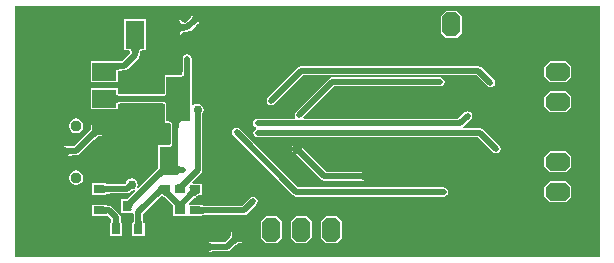
<source format=gbl>
G04*
G04 #@! TF.GenerationSoftware,Altium Limited,Altium Designer,19.0.15 (446)*
G04*
G04 Layer_Physical_Order=2*
G04 Layer_Color=16711680*
%FSLAX23Y23*%
%MOIN*%
G70*
G01*
G75*
%ADD21R,0.035X0.028*%
%ADD44C,0.020*%
%ADD45C,0.010*%
G04:AMPARAMS|DCode=48|XSize=80mil|YSize=60mil|CornerRadius=0mil|HoleSize=0mil|Usage=FLASHONLY|Rotation=270.000|XOffset=0mil|YOffset=0mil|HoleType=Round|Shape=Octagon|*
%AMOCTAGOND48*
4,1,8,-0.015,-0.040,0.015,-0.040,0.030,-0.025,0.030,0.025,0.015,0.040,-0.015,0.040,-0.030,0.025,-0.030,-0.025,-0.015,-0.040,0.0*
%
%ADD48OCTAGOND48*%

G04:AMPARAMS|DCode=49|XSize=80mil|YSize=60mil|CornerRadius=0mil|HoleSize=0mil|Usage=FLASHONLY|Rotation=180.000|XOffset=0mil|YOffset=0mil|HoleType=Round|Shape=Octagon|*
%AMOCTAGOND49*
4,1,8,-0.040,0.015,-0.040,-0.015,-0.025,-0.030,0.025,-0.030,0.040,-0.015,0.040,0.015,0.025,0.030,-0.025,0.030,-0.040,0.015,0.0*
%
%ADD49OCTAGOND49*%

%ADD50C,0.037*%
%ADD51C,0.035*%
%ADD52C,0.020*%
%ADD53C,0.030*%
%ADD54R,0.031X0.035*%
%ADD55R,0.063X0.094*%
%ADD56R,0.079X0.059*%
%ADD57R,0.079X0.150*%
G36*
X4505Y3210D02*
X2555D01*
Y4045D01*
X4505D01*
Y3210D01*
D02*
G37*
%LPC*%
G36*
X3165Y4024D02*
X3159Y4023D01*
X3154Y4019D01*
X3148Y4013D01*
X3148Y4014D01*
X3148Y4014D01*
X3148Y4014D01*
X3146Y4013D01*
X3144Y4012D01*
X3144Y4012D01*
X3144Y4012D01*
X3143Y4010D01*
X3142Y4009D01*
X3142Y4009D01*
X3142Y4009D01*
X3142Y4009D01*
X3142Y4009D01*
X3142Y4008D01*
X3142Y4008D01*
X3141Y4007D01*
X3141Y4006D01*
X3138Y4003D01*
X3136Y4002D01*
X3136Y4001D01*
X3125Y3990D01*
X3123Y3990D01*
X3120Y3991D01*
X3117Y3991D01*
X3115Y3992D01*
X3114Y3992D01*
X3113Y3993D01*
X3112Y3993D01*
X3112Y3994D01*
X3112Y3994D01*
X3112Y3995D01*
X3111Y3997D01*
X3110Y3999D01*
X3110Y3999D01*
X3110Y3999D01*
X3108Y4000D01*
X3106Y4000D01*
X3106Y4000D01*
X3106Y4000D01*
X3104Y3999D01*
X3102Y3999D01*
X3102Y3998D01*
X3102Y3998D01*
X3102Y3996D01*
X3101Y3995D01*
Y3990D01*
X3096D01*
X3091Y3989D01*
X3086Y3986D01*
X3064Y3964D01*
X3061Y3959D01*
X3060Y3953D01*
Y3950D01*
X3061Y3944D01*
X3064Y3939D01*
X3069Y3936D01*
X3075Y3935D01*
X3081Y3936D01*
X3086Y3939D01*
X3089Y3944D01*
X3090Y3946D01*
X3096Y3953D01*
X3098Y3953D01*
X3102Y3952D01*
X3102Y3951D01*
X3102Y3951D01*
X3102Y3951D01*
X3104Y3950D01*
X3106Y3949D01*
X3106Y3950D01*
X3106Y3949D01*
X3108Y3950D01*
X3110Y3951D01*
X3110Y3951D01*
X3110Y3951D01*
X3111Y3953D01*
X3112Y3954D01*
X3112Y3955D01*
X3112Y3956D01*
X3112Y3956D01*
X3113Y3957D01*
X3114Y3957D01*
X3115Y3958D01*
X3117Y3959D01*
X3120Y3959D01*
X3123Y3959D01*
X3127Y3959D01*
X3127Y3960D01*
X3131D01*
X3137Y3961D01*
X3142Y3964D01*
X3158Y3980D01*
X3158Y3980D01*
X3161Y3982D01*
X3163Y3984D01*
X3164Y3985D01*
X3164Y3985D01*
X3165Y3985D01*
X3165Y3985D01*
X3165Y3986D01*
X3165Y3986D01*
X3166Y3986D01*
X3166Y3986D01*
X3167Y3986D01*
X3169Y3987D01*
X3169Y3987D01*
X3169Y3987D01*
X3170Y3989D01*
X3170Y3991D01*
X3170Y3991D01*
X3170Y3991D01*
X3170Y3992D01*
X3176Y3998D01*
X3179Y4003D01*
X3180Y4008D01*
X3179Y4014D01*
X3176Y4019D01*
X3171Y4023D01*
X3165Y4024D01*
D02*
G37*
G36*
X4028Y4030D02*
X3993D01*
X3975Y4012D01*
Y3957D01*
X3993Y3940D01*
X4028D01*
X4045Y3957D01*
Y4012D01*
X4028Y4030D01*
D02*
G37*
G36*
X2993Y4002D02*
X2920D01*
Y3898D01*
X2936D01*
X2936Y3897D01*
X2938Y3897D01*
X2938Y3897D01*
X2938Y3897D01*
X2939Y3896D01*
X2940Y3895D01*
X2940Y3894D01*
X2941Y3892D01*
X2941Y3889D01*
X2941Y3888D01*
X2915Y3861D01*
X2913D01*
X2913Y3861D01*
X2913Y3861D01*
X2913Y3861D01*
X2893Y3861D01*
X2893Y3861D01*
X2893Y3861D01*
X2893Y3861D01*
X2893Y3861D01*
X2883D01*
X2881Y3861D01*
X2809D01*
Y3792D01*
X2898D01*
Y3825D01*
X2898Y3825D01*
X2898Y3827D01*
X2898Y3827D01*
X2899Y3827D01*
X2899Y3828D01*
X2900Y3829D01*
X2902Y3829D01*
X2904Y3830D01*
X2906Y3830D01*
X2909Y3830D01*
X2913Y3830D01*
X2913Y3831D01*
X2921D01*
X2927Y3832D01*
X2932Y3835D01*
X2968Y3871D01*
X2971Y3876D01*
X2972Y3882D01*
Y3882D01*
X2972Y3883D01*
X2972Y3886D01*
X2973Y3889D01*
X2973Y3892D01*
X2974Y3894D01*
X2974Y3895D01*
X2975Y3896D01*
X2975Y3897D01*
X2976Y3897D01*
X2976Y3897D01*
X2977Y3897D01*
X2978Y3898D01*
X2993D01*
Y4002D01*
D02*
G37*
G36*
X4392Y3861D02*
X4338D01*
X4320Y3843D01*
Y3808D01*
X4338Y3791D01*
X4392D01*
X4410Y3808D01*
Y3843D01*
X4392Y3861D01*
D02*
G37*
G36*
X4101Y3845D02*
X3510D01*
X3504Y3844D01*
X3499Y3841D01*
X3399Y3741D01*
X3396Y3736D01*
X3395Y3730D01*
X3396Y3724D01*
X3399Y3719D01*
X3404Y3716D01*
X3410Y3715D01*
X3416Y3716D01*
X3421Y3719D01*
X3516Y3815D01*
X4095D01*
X4130Y3779D01*
X4135Y3776D01*
X4141Y3775D01*
X4147Y3776D01*
X4152Y3779D01*
X4155Y3784D01*
X4156Y3790D01*
X4155Y3796D01*
X4152Y3801D01*
X4112Y3841D01*
X4107Y3844D01*
X4101Y3845D01*
D02*
G37*
G36*
X3130Y3885D02*
X3124Y3884D01*
X3119Y3881D01*
X3116Y3876D01*
X3115Y3870D01*
Y3831D01*
X3115Y3830D01*
X3114Y3827D01*
X3114Y3824D01*
X3114Y3821D01*
X3113Y3819D01*
X3113Y3818D01*
X3112Y3817D01*
X3112Y3816D01*
X3111Y3816D01*
X3111Y3816D01*
X3109Y3815D01*
X3109Y3815D01*
X3057D01*
Y3757D01*
X3057Y3757D01*
X3057Y3756D01*
X3056Y3755D01*
X3056Y3755D01*
X3056Y3754D01*
X3055Y3754D01*
X3053Y3753D01*
X3051Y3753D01*
X3048Y3752D01*
X3045Y3752D01*
X3042Y3752D01*
X3042Y3752D01*
X2913D01*
X2913Y3752D01*
X2909Y3752D01*
X2906Y3752D01*
X2904Y3753D01*
X2902Y3753D01*
X2900Y3754D01*
X2899Y3754D01*
X2899Y3755D01*
X2898Y3755D01*
X2898Y3756D01*
X2898Y3757D01*
X2898Y3757D01*
Y3771D01*
X2809D01*
Y3702D01*
X2898D01*
Y3715D01*
X2898Y3716D01*
X2898Y3717D01*
X2898Y3718D01*
X2899Y3718D01*
X2899Y3718D01*
X2900Y3719D01*
X2902Y3720D01*
X2904Y3720D01*
X2906Y3721D01*
X2909Y3721D01*
X2913Y3721D01*
X2913Y3721D01*
X3042D01*
X3042Y3721D01*
X3045Y3721D01*
X3048Y3721D01*
X3051Y3720D01*
X3053Y3720D01*
X3055Y3719D01*
X3056Y3718D01*
X3056Y3718D01*
X3056Y3717D01*
X3057Y3717D01*
X3057Y3716D01*
X3057Y3716D01*
Y3655D01*
X3071D01*
X3071Y3655D01*
X3072Y3655D01*
X3073Y3655D01*
X3073Y3655D01*
X3074Y3654D01*
X3074Y3653D01*
X3075Y3652D01*
X3075Y3650D01*
X3076Y3647D01*
X3076Y3644D01*
X3076Y3640D01*
X3076Y3640D01*
Y3598D01*
X3076Y3597D01*
X3076Y3594D01*
X3076Y3591D01*
X3075Y3588D01*
X3075Y3586D01*
X3074Y3585D01*
X3074Y3584D01*
X3073Y3583D01*
X3073Y3583D01*
X3072Y3583D01*
X3071Y3583D01*
X3070Y3582D01*
X3034D01*
Y3517D01*
X3033Y3517D01*
X3034Y3517D01*
Y3508D01*
X3033Y3507D01*
X3032Y3505D01*
X3030Y3502D01*
X3024Y3496D01*
X3021Y3492D01*
X3020Y3491D01*
X2966Y3437D01*
X2962Y3440D01*
X2964Y3443D01*
X2965Y3450D01*
X2964Y3458D01*
X2959Y3465D01*
X2953Y3469D01*
X2945Y3471D01*
X2937Y3469D01*
X2931Y3465D01*
X2926Y3458D01*
X2925Y3454D01*
X2923Y3451D01*
X2873D01*
X2873Y3451D01*
X2866Y3451D01*
X2860Y3452D01*
X2859Y3452D01*
X2858Y3452D01*
Y3455D01*
X2853D01*
X2853Y3455D01*
X2852Y3455D01*
X2852D01*
X2851Y3455D01*
X2851Y3455D01*
X2812D01*
Y3417D01*
X2851D01*
X2851Y3417D01*
X2852Y3417D01*
X2852D01*
X2853Y3417D01*
X2853Y3417D01*
X2858D01*
Y3419D01*
X2858Y3420D01*
X2869Y3420D01*
X2873Y3420D01*
X2873Y3421D01*
X2929D01*
X2935Y3422D01*
X2940Y3425D01*
X2945Y3430D01*
X2945Y3430D01*
X2953Y3432D01*
X2955Y3433D01*
X2958Y3429D01*
X2944Y3415D01*
X2944Y3415D01*
X2944Y3415D01*
X2944Y3415D01*
X2944Y3415D01*
X2936Y3408D01*
X2933Y3405D01*
X2930Y3403D01*
X2928Y3402D01*
X2920D01*
X2920Y3402D01*
X2919Y3402D01*
X2919Y3402D01*
X2919Y3402D01*
X2909D01*
Y3357D01*
X2948D01*
X2951Y3357D01*
X2952Y3352D01*
Y3339D01*
X2952Y3338D01*
X2952Y3331D01*
X2952Y3329D01*
X2951Y3326D01*
X2951Y3325D01*
X2950Y3324D01*
X2950Y3323D01*
X2947D01*
Y3319D01*
X2946Y3318D01*
X2947Y3318D01*
X2946Y3317D01*
X2947Y3317D01*
Y3278D01*
X2988D01*
Y3317D01*
X2988Y3317D01*
X2988Y3318D01*
X2988Y3318D01*
X2988Y3319D01*
Y3323D01*
X2985D01*
X2984Y3324D01*
X2984Y3325D01*
X2984Y3326D01*
X2983Y3329D01*
X2983Y3335D01*
X2983Y3338D01*
X2983Y3339D01*
Y3352D01*
X3034Y3404D01*
X3035Y3404D01*
X3043Y3411D01*
X3046Y3414D01*
X3049Y3412D01*
X3052Y3410D01*
X3063Y3401D01*
X3067Y3397D01*
X3067Y3397D01*
X3082Y3381D01*
Y3346D01*
X3127D01*
X3128Y3346D01*
X3132D01*
X3133Y3346D01*
X3171D01*
X3171Y3346D01*
X3172Y3346D01*
X3172D01*
X3173Y3345D01*
X3173Y3346D01*
X3178D01*
Y3348D01*
X3178Y3348D01*
X3189Y3349D01*
X3193Y3349D01*
X3193Y3349D01*
X3320D01*
X3325Y3350D01*
X3330Y3354D01*
X3361Y3384D01*
X3364Y3389D01*
X3365Y3395D01*
X3364Y3401D01*
X3361Y3406D01*
X3356Y3409D01*
X3350Y3410D01*
X3344Y3409D01*
X3339Y3406D01*
X3313Y3380D01*
X3193D01*
X3193Y3380D01*
X3186Y3380D01*
X3180Y3381D01*
X3179Y3381D01*
X3178Y3381D01*
Y3383D01*
X3173D01*
X3173Y3384D01*
X3172Y3383D01*
X3172D01*
X3171Y3383D01*
X3171Y3383D01*
X3137D01*
X3135Y3388D01*
X3143Y3397D01*
X3143Y3397D01*
X3148Y3401D01*
X3155Y3407D01*
X3158Y3410D01*
X3161Y3412D01*
X3164Y3414D01*
X3167Y3415D01*
X3169Y3416D01*
X3171Y3416D01*
X3173Y3416D01*
X3174Y3417D01*
X3174Y3417D01*
X3178Y3417D01*
X3178Y3421D01*
X3178Y3422D01*
X3178Y3423D01*
X3178Y3423D01*
X3178Y3423D01*
Y3454D01*
X3148D01*
X3146Y3459D01*
X3176Y3489D01*
X3179Y3494D01*
X3180Y3500D01*
Y3680D01*
X3180Y3680D01*
X3180Y3681D01*
X3181Y3686D01*
X3181Y3687D01*
X3184Y3692D01*
X3185Y3700D01*
X3184Y3708D01*
X3179Y3714D01*
X3173Y3719D01*
X3165Y3720D01*
X3157Y3719D01*
X3151Y3715D01*
X3150Y3715D01*
X3146Y3716D01*
Y3810D01*
X3146Y3810D01*
X3146Y3810D01*
X3146Y3810D01*
X3145Y3830D01*
X3145Y3831D01*
Y3870D01*
X3144Y3876D01*
X3141Y3881D01*
X3136Y3884D01*
X3130Y3885D01*
D02*
G37*
G36*
X4392Y3761D02*
X4338D01*
X4320Y3743D01*
Y3708D01*
X4338Y3691D01*
X4392D01*
X4410Y3708D01*
Y3743D01*
X4392Y3761D01*
D02*
G37*
G36*
X2853Y3662D02*
X2843D01*
X2837Y3660D01*
X2832Y3657D01*
X2821Y3646D01*
X2818Y3649D01*
X2816Y3650D01*
X2815Y3651D01*
X2814Y3650D01*
X2814Y3651D01*
X2813Y3650D01*
X2811Y3650D01*
X2811Y3649D01*
X2810Y3649D01*
X2810Y3648D01*
X2809Y3646D01*
X2809Y3646D01*
X2809Y3645D01*
X2809Y3644D01*
X2810Y3642D01*
X2810Y3641D01*
X2810Y3641D01*
X2810Y3640D01*
X2810Y3639D01*
X2809Y3637D01*
X2808Y3635D01*
X2806Y3632D01*
X2800Y3625D01*
X2796Y3621D01*
X2796Y3620D01*
X2753Y3578D01*
X2743D01*
X2742Y3578D01*
X2739Y3578D01*
X2736Y3578D01*
X2734Y3579D01*
X2733Y3579D01*
X2733Y3579D01*
X2733Y3579D01*
X2733Y3579D01*
X2733Y3579D01*
X2733Y3579D01*
X2732Y3579D01*
X2731Y3579D01*
X2729Y3579D01*
X2729Y3579D01*
X2729Y3579D01*
X2727Y3578D01*
X2727Y3578D01*
X2723D01*
X2717Y3577D01*
X2712Y3574D01*
X2709Y3571D01*
X2706Y3566D01*
X2705Y3560D01*
X2706Y3554D01*
X2709Y3549D01*
X2714Y3546D01*
X2720Y3545D01*
X2726Y3546D01*
X2729Y3546D01*
X2731Y3546D01*
X2733Y3545D01*
X2735Y3545D01*
X2735Y3545D01*
X2735Y3545D01*
X2735Y3545D01*
X2737Y3546D01*
X2738Y3546D01*
X2738Y3546D01*
X2738Y3546D01*
X2738Y3546D01*
X2738Y3546D01*
X2739Y3547D01*
X2739Y3547D01*
X2740Y3547D01*
X2741Y3547D01*
X2742Y3547D01*
X2745Y3547D01*
X2747Y3547D01*
X2747Y3548D01*
X2748D01*
X2748Y3548D01*
X2748Y3548D01*
X2760D01*
X2766Y3549D01*
X2771Y3552D01*
X2817Y3599D01*
X2818Y3599D01*
X2825Y3606D01*
X2829Y3609D01*
X2832Y3611D01*
X2834Y3612D01*
X2836Y3613D01*
X2837Y3613D01*
X2838Y3613D01*
X2838Y3613D01*
X2839Y3613D01*
X2841Y3612D01*
X2842Y3612D01*
X2843Y3612D01*
X2843Y3612D01*
X2844Y3613D01*
X2846Y3613D01*
X2846Y3614D01*
X2847Y3614D01*
X2847Y3616D01*
X2848Y3617D01*
X2847Y3618D01*
X2848Y3618D01*
X2847Y3619D01*
X2846Y3621D01*
X2843Y3624D01*
X2850Y3631D01*
X2853D01*
X2859Y3632D01*
X2864Y3636D01*
X2867Y3640D01*
X2869Y3646D01*
X2867Y3652D01*
X2864Y3657D01*
X2859Y3660D01*
X2853Y3662D01*
D02*
G37*
G36*
X2760Y3671D02*
X2751Y3669D01*
X2743Y3664D01*
X2738Y3656D01*
X2736Y3647D01*
X2738Y3637D01*
X2743Y3630D01*
X2751Y3624D01*
X2760Y3622D01*
X2769Y3624D01*
X2777Y3630D01*
X2782Y3637D01*
X2784Y3647D01*
X2782Y3656D01*
X2777Y3664D01*
X2769Y3669D01*
X2760Y3671D01*
D02*
G37*
G36*
X3973Y3808D02*
X3613D01*
X3607Y3807D01*
X3602Y3804D01*
X3493Y3694D01*
X3490Y3690D01*
X3489Y3684D01*
X3490Y3678D01*
X3491Y3675D01*
X3489Y3670D01*
X3365D01*
X3359Y3669D01*
X3354Y3666D01*
X3351Y3661D01*
X3350Y3655D01*
X3351Y3649D01*
X3354Y3644D01*
X3358Y3642D01*
X3358Y3641D01*
X3359Y3638D01*
X3358Y3636D01*
X3355Y3634D01*
X3352Y3629D01*
X3350Y3623D01*
X3352Y3617D01*
X3355Y3612D01*
X3360Y3609D01*
X3366Y3608D01*
X4101D01*
X4149Y3559D01*
X4154Y3556D01*
X4160Y3555D01*
X4166Y3556D01*
X4171Y3559D01*
X4174Y3564D01*
X4175Y3570D01*
X4174Y3576D01*
X4171Y3581D01*
X4118Y3634D01*
X4113Y3637D01*
X4107Y3638D01*
X4051D01*
X4049Y3643D01*
X4051Y3644D01*
X4076Y3669D01*
X4079Y3674D01*
X4080Y3680D01*
X4079Y3686D01*
X4076Y3691D01*
X4071Y3694D01*
X4065Y3695D01*
X4059Y3694D01*
X4054Y3691D01*
X4034Y3670D01*
X3519D01*
X3517Y3675D01*
X3620Y3778D01*
X3973D01*
X3979Y3779D01*
X3984Y3782D01*
X3987Y3787D01*
X3989Y3793D01*
X3987Y3799D01*
X3984Y3804D01*
X3979Y3807D01*
X3973Y3808D01*
D02*
G37*
G36*
X4392Y3561D02*
X4338D01*
X4320Y3543D01*
Y3508D01*
X4338Y3491D01*
X4392D01*
X4410Y3508D01*
Y3543D01*
X4392Y3561D01*
D02*
G37*
G36*
X3495Y3585D02*
X3489Y3584D01*
X3484Y3581D01*
X3481Y3576D01*
X3480Y3570D01*
X3481Y3564D01*
X3484Y3559D01*
X3575Y3468D01*
X3580Y3465D01*
X3586Y3464D01*
X3725D01*
X3731Y3465D01*
X3736Y3468D01*
X3739Y3473D01*
X3740Y3479D01*
X3739Y3485D01*
X3736Y3490D01*
X3731Y3493D01*
X3725Y3494D01*
X3592D01*
X3506Y3581D01*
X3501Y3584D01*
X3495Y3585D01*
D02*
G37*
G36*
X2760Y3498D02*
X2751Y3496D01*
X2743Y3490D01*
X2738Y3483D01*
X2736Y3473D01*
X2738Y3464D01*
X2743Y3456D01*
X2751Y3451D01*
X2760Y3449D01*
X2769Y3451D01*
X2777Y3456D01*
X2782Y3464D01*
X2784Y3473D01*
X2782Y3483D01*
X2777Y3490D01*
X2769Y3496D01*
X2760Y3498D01*
D02*
G37*
G36*
X3295Y3640D02*
X3289Y3639D01*
X3284Y3636D01*
X3281Y3631D01*
X3280Y3625D01*
X3281Y3619D01*
X3284Y3614D01*
X3483Y3415D01*
X3488Y3411D01*
X3494Y3410D01*
X3985D01*
X3991Y3411D01*
X3996Y3415D01*
X3999Y3420D01*
X4001Y3425D01*
X3999Y3431D01*
X3996Y3436D01*
X3991Y3440D01*
X3985Y3441D01*
X3501D01*
X3306Y3636D01*
X3301Y3639D01*
X3295Y3640D01*
D02*
G37*
G36*
X4392Y3461D02*
X4338D01*
X4320Y3443D01*
Y3408D01*
X4338Y3391D01*
X4392D01*
X4410Y3408D01*
Y3443D01*
X4392Y3461D01*
D02*
G37*
G36*
X2853Y3384D02*
X2852Y3384D01*
X2851Y3384D01*
X2851Y3384D01*
X2812D01*
Y3346D01*
X2851D01*
X2851Y3346D01*
X2852Y3346D01*
X2853Y3346D01*
X2853Y3346D01*
X2858D01*
Y3349D01*
X2858Y3349D01*
X2860Y3349D01*
X2864Y3349D01*
X2877Y3336D01*
X2877Y3331D01*
X2877Y3329D01*
X2876Y3326D01*
X2876Y3325D01*
X2876Y3324D01*
X2875Y3323D01*
X2872D01*
Y3319D01*
X2872Y3318D01*
X2872Y3318D01*
X2872Y3317D01*
X2872Y3317D01*
Y3278D01*
X2913D01*
Y3317D01*
X2914Y3317D01*
X2913Y3318D01*
X2914Y3318D01*
X2913Y3319D01*
Y3323D01*
X2910D01*
X2910Y3324D01*
X2909Y3325D01*
X2909Y3326D01*
X2908Y3329D01*
X2908Y3335D01*
X2908Y3338D01*
X2908Y3339D01*
Y3342D01*
X2907Y3348D01*
X2903Y3353D01*
X2881Y3376D01*
X2876Y3379D01*
X2871Y3380D01*
X2870Y3380D01*
X2867Y3380D01*
X2862Y3381D01*
X2860Y3381D01*
X2858Y3381D01*
X2858Y3381D01*
Y3384D01*
X2853D01*
X2853Y3384D01*
D02*
G37*
G36*
X3310Y3315D02*
X3304Y3314D01*
X3299Y3311D01*
X3296Y3306D01*
X3295Y3300D01*
Y3296D01*
X3287Y3289D01*
X3284Y3292D01*
X3283Y3293D01*
X3281Y3294D01*
X3281Y3294D01*
X3280Y3294D01*
X3279Y3293D01*
X3277Y3293D01*
X3277Y3292D01*
X3276Y3292D01*
X3276Y3291D01*
X3275Y3289D01*
X3275Y3289D01*
X3275Y3288D01*
X3275Y3287D01*
X3276Y3285D01*
X3276Y3284D01*
X3277Y3284D01*
X3277Y3284D01*
X3276Y3282D01*
X3275Y3280D01*
X3274Y3278D01*
X3272Y3275D01*
X3266Y3268D01*
X3262Y3264D01*
X3262Y3264D01*
X3257Y3259D01*
X3220D01*
X3220Y3259D01*
X3216Y3259D01*
X3214Y3259D01*
X3213Y3259D01*
X3212Y3259D01*
X3211Y3260D01*
X3211Y3260D01*
X3211Y3260D01*
X3211Y3260D01*
X3211Y3260D01*
X3211Y3260D01*
X3209Y3260D01*
X3207Y3261D01*
X3207Y3261D01*
X3207Y3261D01*
X3205Y3260D01*
X3204Y3259D01*
X3204Y3259D01*
X3203Y3259D01*
X3203Y3259D01*
X3195D01*
X3189Y3258D01*
X3184Y3254D01*
X3181Y3249D01*
X3180Y3243D01*
X3181Y3238D01*
X3184Y3233D01*
X3189Y3229D01*
X3195Y3228D01*
X3203D01*
X3203Y3228D01*
X3204Y3228D01*
X3204Y3227D01*
X3205Y3227D01*
X3207Y3226D01*
X3207Y3226D01*
X3207Y3226D01*
X3209Y3226D01*
X3211Y3227D01*
X3211Y3227D01*
X3211Y3227D01*
X3211Y3227D01*
X3211Y3227D01*
X3211Y3227D01*
X3212Y3227D01*
X3213Y3227D01*
X3214Y3228D01*
X3218Y3228D01*
X3220Y3228D01*
X3220Y3228D01*
X3263D01*
X3269Y3229D01*
X3274Y3233D01*
X3284Y3242D01*
X3284Y3242D01*
X3292Y3250D01*
X3295Y3252D01*
X3298Y3254D01*
X3300Y3255D01*
X3302Y3256D01*
X3304Y3257D01*
X3304Y3257D01*
X3304Y3256D01*
X3305Y3256D01*
X3307Y3255D01*
X3308Y3255D01*
X3309Y3255D01*
X3309Y3255D01*
X3311Y3256D01*
X3312Y3256D01*
X3312Y3257D01*
X3313Y3257D01*
X3313Y3259D01*
X3314Y3260D01*
X3314Y3261D01*
X3314Y3261D01*
X3313Y3263D01*
X3312Y3264D01*
X3309Y3267D01*
X3321Y3279D01*
X3324Y3284D01*
X3325Y3290D01*
Y3300D01*
X3324Y3306D01*
X3321Y3311D01*
X3316Y3314D01*
X3310Y3315D01*
D02*
G37*
G36*
X3628Y3345D02*
X3592D01*
X3575Y3328D01*
Y3273D01*
X3592Y3255D01*
X3628D01*
X3645Y3273D01*
Y3328D01*
X3628Y3345D01*
D02*
G37*
G36*
X3527D02*
X3493D01*
X3475Y3328D01*
Y3273D01*
X3493Y3255D01*
X3527D01*
X3545Y3273D01*
Y3328D01*
X3527Y3345D01*
D02*
G37*
G36*
X3428D02*
X3392D01*
X3375Y3328D01*
Y3273D01*
X3392Y3255D01*
X3428D01*
X3445Y3273D01*
Y3328D01*
X3428Y3345D01*
D02*
G37*
%LPD*%
G36*
X3165Y3991D02*
X3164Y3991D01*
X3163Y3991D01*
X3163Y3990D01*
X3162Y3990D01*
X3161Y3989D01*
X3160Y3988D01*
X3157Y3986D01*
X3154Y3984D01*
X3140Y3998D01*
X3142Y3999D01*
X3145Y4003D01*
X3146Y4004D01*
X3146Y4005D01*
X3147Y4006D01*
X3147Y4007D01*
X3147Y4008D01*
X3148Y4008D01*
X3165Y3991D01*
D02*
G37*
G36*
X3106Y3993D02*
X3107Y3991D01*
X3108Y3990D01*
X3109Y3988D01*
X3111Y3987D01*
X3113Y3986D01*
X3116Y3986D01*
X3119Y3985D01*
X3123Y3985D01*
X3126Y3985D01*
Y3965D01*
X3123Y3965D01*
X3119Y3964D01*
X3116Y3964D01*
X3113Y3963D01*
X3111Y3962D01*
X3109Y3961D01*
X3108Y3960D01*
X3107Y3958D01*
X3106Y3957D01*
X3106Y3955D01*
Y3995D01*
X3106Y3993D01*
D02*
G37*
G36*
X2975Y3903D02*
X2973Y3902D01*
X2972Y3901D01*
X2970Y3900D01*
X2969Y3898D01*
X2968Y3896D01*
X2968Y3893D01*
X2967Y3890D01*
X2967Y3887D01*
X2967Y3883D01*
X2947D01*
X2947Y3887D01*
X2946Y3890D01*
X2946Y3893D01*
X2945Y3896D01*
X2944Y3898D01*
X2943Y3900D01*
X2942Y3901D01*
X2940Y3902D01*
X2939Y3903D01*
X2937Y3903D01*
X2977D01*
X2975Y3903D01*
D02*
G37*
G36*
X2913Y3836D02*
X2909Y3836D01*
X2905Y3835D01*
X2902Y3835D01*
X2900Y3834D01*
X2898Y3833D01*
X2896Y3832D01*
X2894Y3831D01*
X2893Y3829D01*
X2893Y3828D01*
X2893Y3826D01*
Y3856D01*
X2893Y3856D01*
X2893Y3856D01*
X2913Y3856D01*
Y3836D01*
D02*
G37*
G36*
X3141Y3810D02*
X3110Y3810D01*
X3112Y3810D01*
X3114Y3811D01*
X3115Y3812D01*
X3116Y3813D01*
X3118Y3815D01*
X3118Y3817D01*
X3119Y3820D01*
X3120Y3823D01*
X3120Y3826D01*
X3120Y3830D01*
X3140D01*
X3141Y3810D01*
D02*
G37*
G36*
X3062Y3716D02*
X3062Y3718D01*
X3061Y3720D01*
X3060Y3721D01*
X3059Y3723D01*
X3057Y3724D01*
X3055Y3725D01*
X3052Y3725D01*
X3049Y3726D01*
X3046Y3726D01*
X3042Y3726D01*
Y3746D01*
X3046Y3746D01*
X3049Y3747D01*
X3052Y3747D01*
X3055Y3748D01*
X3057Y3749D01*
X3059Y3750D01*
X3060Y3751D01*
X3061Y3753D01*
X3062Y3754D01*
X3062Y3756D01*
Y3716D01*
D02*
G37*
G36*
X2893Y3754D02*
X2893Y3753D01*
X2894Y3751D01*
X2896Y3750D01*
X2898Y3749D01*
X2900Y3748D01*
X2902Y3747D01*
X2905Y3747D01*
X2909Y3746D01*
X2913Y3746D01*
Y3726D01*
X2909Y3726D01*
X2905Y3726D01*
X2902Y3725D01*
X2900Y3725D01*
X2898Y3724D01*
X2896Y3723D01*
X2894Y3721D01*
X2893Y3720D01*
X2893Y3718D01*
X2893Y3716D01*
Y3756D01*
X2893Y3754D01*
D02*
G37*
G36*
X3175Y3689D02*
X3175Y3689D01*
X3175Y3688D01*
X3175Y3687D01*
X3175Y3682D01*
X3175Y3680D01*
X3155D01*
X3155Y3689D01*
X3175D01*
X3175Y3689D01*
D02*
G37*
G36*
X3110Y3660D02*
X3108Y3660D01*
X3106Y3659D01*
X3105Y3657D01*
X3104Y3656D01*
X3103Y3653D01*
X3102Y3651D01*
X3102Y3648D01*
X3102Y3644D01*
X3101Y3640D01*
X3081D01*
X3081Y3644D01*
X3081Y3648D01*
X3081Y3651D01*
X3080Y3653D01*
X3079Y3656D01*
X3078Y3657D01*
X3077Y3659D01*
X3075Y3660D01*
X3073Y3660D01*
X3071Y3661D01*
X3111D01*
X3110Y3660D01*
D02*
G37*
G36*
X3101Y3577D02*
X3071D01*
X3073Y3577D01*
X3075Y3578D01*
X3077Y3579D01*
X3078Y3580D01*
X3079Y3582D01*
X3080Y3584D01*
X3081Y3587D01*
X3081Y3590D01*
X3081Y3593D01*
X3081Y3597D01*
X3101D01*
X3101Y3577D01*
D02*
G37*
G36*
X3101Y3513D02*
X3102Y3512D01*
X3102Y3512D01*
X3103Y3511D01*
X3105Y3511D01*
X3106Y3511D01*
X3108Y3510D01*
X3110Y3510D01*
X3115Y3510D01*
Y3490D01*
X3112Y3490D01*
X3106Y3489D01*
X3105Y3489D01*
X3103Y3489D01*
X3102Y3488D01*
X3102Y3488D01*
X3101Y3487D01*
X3101Y3486D01*
Y3514D01*
X3101Y3513D01*
D02*
G37*
G36*
X3062Y3483D02*
X3060Y3484D01*
X3059Y3485D01*
X3057Y3485D01*
X3055Y3485D01*
X3052Y3484D01*
X3049Y3482D01*
X3046Y3479D01*
X3042Y3477D01*
X3034Y3469D01*
X3024Y3488D01*
X3028Y3492D01*
X3034Y3499D01*
X3036Y3502D01*
X3038Y3505D01*
X3039Y3508D01*
X3040Y3510D01*
X3040Y3512D01*
X3040Y3515D01*
X3039Y3516D01*
X3062Y3483D01*
D02*
G37*
G36*
X3137Y3458D02*
X3132Y3453D01*
X3126Y3445D01*
X3123Y3442D01*
X3122Y3439D01*
X3120Y3436D01*
X3120Y3434D01*
X3120Y3432D01*
X3121Y3431D01*
X3122Y3429D01*
X3087Y3449D01*
X3090Y3449D01*
X3093Y3450D01*
X3096Y3451D01*
X3099Y3452D01*
X3102Y3454D01*
X3106Y3457D01*
X3109Y3459D01*
X3117Y3466D01*
X3121Y3470D01*
X3137Y3458D01*
D02*
G37*
G36*
X2853Y3449D02*
X2853Y3448D01*
X2854Y3448D01*
X2856Y3447D01*
X2858Y3447D01*
X2860Y3446D01*
X2865Y3446D01*
X2873Y3446D01*
Y3426D01*
X2869Y3426D01*
X2858Y3425D01*
X2856Y3425D01*
X2854Y3424D01*
X2853Y3424D01*
X2853Y3423D01*
X2853Y3422D01*
Y3450D01*
X2853Y3449D01*
D02*
G37*
G36*
X3173Y3422D02*
X3170Y3422D01*
X3168Y3421D01*
X3165Y3420D01*
X3162Y3418D01*
X3159Y3416D01*
X3155Y3414D01*
X3152Y3411D01*
X3144Y3405D01*
X3140Y3401D01*
X3123Y3412D01*
X3128Y3417D01*
X3134Y3425D01*
X3137Y3428D01*
X3138Y3431D01*
X3140Y3434D01*
X3140Y3436D01*
X3140Y3438D01*
X3139Y3440D01*
X3137Y3441D01*
X3173Y3422D01*
D02*
G37*
G36*
X3053Y3430D02*
X3073Y3441D01*
X3071Y3440D01*
X3070Y3438D01*
X3070Y3436D01*
X3070Y3434D01*
X3072Y3431D01*
X3073Y3428D01*
X3076Y3425D01*
X3079Y3421D01*
X3087Y3412D01*
X3070Y3401D01*
X3066Y3405D01*
X3055Y3414D01*
X3051Y3416D01*
X3048Y3418D01*
X3045Y3420D01*
X3045Y3420D01*
X3043Y3418D01*
X3039Y3415D01*
X3031Y3408D01*
X3023Y3428D01*
X3026Y3431D01*
X3032Y3438D01*
X3034Y3441D01*
X3035Y3443D01*
X3036Y3444D01*
X3037Y3446D01*
X3037Y3448D01*
X3037Y3449D01*
X3053Y3430D01*
D02*
G37*
G36*
X2960Y3395D02*
X2956Y3391D01*
X2950Y3384D01*
X2948Y3380D01*
X2946Y3378D01*
X2945Y3375D01*
X2944Y3372D01*
X2944Y3370D01*
X2944Y3368D01*
X2946Y3367D01*
X2919Y3397D01*
X2921Y3396D01*
X2923Y3395D01*
X2925Y3395D01*
X2927Y3396D01*
X2930Y3397D01*
X2933Y3398D01*
X2936Y3401D01*
X2940Y3404D01*
X2948Y3411D01*
X2960Y3395D01*
D02*
G37*
G36*
X3173Y3378D02*
X3173Y3377D01*
X3174Y3376D01*
X3176Y3376D01*
X3178Y3375D01*
X3180Y3375D01*
X3185Y3375D01*
X3193Y3375D01*
Y3355D01*
X3189Y3355D01*
X3178Y3354D01*
X3176Y3353D01*
X3174Y3353D01*
X3173Y3352D01*
X3173Y3352D01*
X3173Y3351D01*
Y3378D01*
X3173Y3378D01*
D02*
G37*
G36*
X2977Y3334D02*
X2978Y3328D01*
X2978Y3325D01*
X2979Y3323D01*
X2979Y3321D01*
X2980Y3320D01*
X2981Y3319D01*
X2982Y3318D01*
X2983Y3318D01*
X2952D01*
X2953Y3318D01*
X2954Y3319D01*
X2955Y3320D01*
X2955Y3321D01*
X2956Y3323D01*
X2957Y3325D01*
X2957Y3328D01*
X2957Y3331D01*
X2957Y3338D01*
X2977D01*
X2977Y3334D01*
D02*
G37*
G36*
X2842Y3617D02*
X2841Y3618D01*
X2839Y3619D01*
X2837Y3619D01*
X2834Y3618D01*
X2832Y3617D01*
X2829Y3615D01*
X2825Y3613D01*
X2822Y3610D01*
X2814Y3603D01*
X2800Y3617D01*
X2804Y3621D01*
X2810Y3628D01*
X2812Y3632D01*
X2814Y3635D01*
X2815Y3637D01*
X2816Y3640D01*
X2816Y3642D01*
X2815Y3644D01*
X2814Y3645D01*
X2842Y3617D01*
D02*
G37*
G36*
X2731Y3574D02*
X2731Y3574D01*
X2732Y3573D01*
X2733Y3573D01*
X2735Y3573D01*
X2739Y3573D01*
X2742Y3573D01*
X2746Y3553D01*
X2745Y3553D01*
X2741Y3553D01*
X2740Y3552D01*
X2738Y3552D01*
X2737Y3552D01*
X2736Y3551D01*
X2735Y3551D01*
X2735Y3551D01*
X2734Y3550D01*
X2730Y3574D01*
X2731Y3574D01*
D02*
G37*
G36*
X2853Y3378D02*
X2853Y3377D01*
X2854Y3377D01*
X2855Y3376D01*
X2857Y3376D01*
X2859Y3376D01*
X2861Y3375D01*
X2867Y3375D01*
X2870Y3375D01*
Y3355D01*
X2867Y3355D01*
X2859Y3354D01*
X2857Y3354D01*
X2855Y3354D01*
X2854Y3353D01*
X2853Y3353D01*
X2853Y3352D01*
X2853Y3351D01*
Y3379D01*
X2853Y3378D01*
D02*
G37*
G36*
X2903Y3334D02*
X2903Y3328D01*
X2903Y3325D01*
X2904Y3323D01*
X2905Y3321D01*
X2905Y3320D01*
X2906Y3319D01*
X2907Y3318D01*
X2908Y3318D01*
X2877D01*
X2878Y3318D01*
X2879Y3319D01*
X2880Y3320D01*
X2881Y3321D01*
X2881Y3323D01*
X2882Y3325D01*
X2882Y3328D01*
X2882Y3331D01*
X2883Y3338D01*
X2903D01*
X2903Y3334D01*
D02*
G37*
G36*
X2891Y3304D02*
X2900D01*
X2900Y3303D01*
X2898Y3302D01*
X2898Y3301D01*
X2898Y3301D01*
X2898Y3301D01*
X2898Y3301D01*
X2893D01*
X2892Y3300D01*
X2891Y3300D01*
X2890Y3300D01*
X2890Y3300D01*
X2889Y3299D01*
X2888Y3299D01*
X2887Y3298D01*
X2887Y3298D01*
X2886Y3297D01*
X2879Y3304D01*
X2880Y3305D01*
X2880Y3305D01*
X2881Y3306D01*
X2881Y3307D01*
X2881Y3308D01*
X2882Y3309D01*
X2882Y3309D01*
X2882Y3310D01*
X2883Y3311D01*
X2883Y3312D01*
X2891Y3304D01*
D02*
G37*
G36*
X3308Y3260D02*
X3307Y3261D01*
X3305Y3262D01*
X3303Y3262D01*
X3301Y3261D01*
X3298Y3260D01*
X3295Y3259D01*
X3292Y3256D01*
X3288Y3254D01*
X3281Y3246D01*
X3266Y3261D01*
X3270Y3265D01*
X3276Y3272D01*
X3279Y3275D01*
X3280Y3278D01*
X3281Y3281D01*
X3282Y3283D01*
X3282Y3285D01*
X3281Y3287D01*
X3280Y3288D01*
X3308Y3260D01*
D02*
G37*
G36*
X3208Y3255D02*
X3209Y3255D01*
X3210Y3254D01*
X3211Y3254D01*
X3212Y3254D01*
X3213Y3254D01*
X3216Y3253D01*
X3220Y3253D01*
Y3233D01*
X3218Y3233D01*
X3213Y3233D01*
X3212Y3233D01*
X3211Y3233D01*
X3210Y3232D01*
X3209Y3232D01*
X3208Y3232D01*
X3207Y3231D01*
Y3256D01*
X3208Y3255D01*
D02*
G37*
D21*
X3155Y3365D02*
D03*
Y3435D02*
D03*
X3055Y3365D02*
D03*
Y3435D02*
D03*
X3105Y3365D02*
D03*
Y3435D02*
D03*
X2835Y3436D02*
D03*
Y3365D02*
D03*
D44*
X3586Y3479D02*
X3725D01*
X3495Y3570D02*
X3586Y3479D01*
X3080Y3757D02*
X3130Y3807D01*
X3080Y3510D02*
X3090Y3520D01*
X3075Y3535D02*
X3090Y3520D01*
X4107Y3623D02*
X4160Y3570D01*
X3366Y3623D02*
X4107D01*
X3365Y3655D02*
X4040D01*
X4065Y3680D01*
X3510Y3830D02*
X4101D01*
X3410Y3730D02*
X3510Y3830D01*
X3504Y3684D02*
X3613Y3793D01*
X3973D01*
X3195Y3243D02*
X3263D01*
X3310Y3290D01*
Y3300D01*
X3096Y3975D02*
X3131D01*
X3075Y3953D02*
X3096Y3975D01*
X3075Y3950D02*
Y3953D01*
X3131Y3975D02*
X3165Y4008D01*
X2720Y3560D02*
X2723Y3563D01*
X2760D01*
X2843Y3646D01*
X2853D01*
X2929Y3436D02*
X2945Y3452D01*
X2835Y3436D02*
X2929D01*
X3109Y3435D02*
Y3444D01*
X2921Y3846D02*
X2957Y3882D01*
X2883Y3846D02*
X2921D01*
X2957Y3882D02*
Y3950D01*
X4101Y3830D02*
X4141Y3790D01*
X3151Y3426D02*
Y3435D01*
X3059Y3426D02*
Y3435D01*
X3105Y3380D02*
X3151Y3426D01*
X3105Y3365D02*
Y3380D01*
X3059Y3426D02*
X3105Y3380D01*
X3130Y3807D02*
Y3870D01*
X3100Y3736D02*
X3101Y3735D01*
X3080Y3757D02*
X3100Y3736D01*
X3109Y3444D02*
X3165Y3500D01*
X3494Y3425D02*
X3985D01*
X3295Y3625D02*
X3494Y3425D01*
X3165Y3500D02*
Y3700D01*
X3090Y3500D02*
X3115D01*
X3080Y3510D02*
X3090Y3500D01*
X3091Y3551D02*
Y3726D01*
X2853Y3736D02*
X3100D01*
X3091Y3726D02*
X3101Y3735D01*
X3075Y3535D02*
X3091Y3551D01*
X3070Y3530D02*
X3075Y3535D01*
X3105Y3435D02*
X3109D01*
X2967Y3358D02*
X3045Y3436D01*
X2967Y3301D02*
Y3358D01*
X3070Y3519D02*
Y3530D01*
X2930Y3379D02*
X3070Y3519D01*
X2893Y3311D02*
Y3342D01*
X2870Y3365D02*
X2893Y3342D01*
X2853Y3826D02*
X2863D01*
X2883Y3846D01*
X2835Y3365D02*
X2870D01*
X3320Y3365D02*
X3350Y3395D01*
X3155Y3365D02*
X3320D01*
D45*
X3151Y3435D02*
X3155D01*
X3055D02*
X3059D01*
X3045D02*
X3055D01*
X3045Y3436D02*
X3045Y3435D01*
X2893Y3301D02*
Y3311D01*
X2882Y3301D02*
X2893Y3311D01*
D48*
X3310Y3300D02*
D03*
X3410D02*
D03*
X3510D02*
D03*
X3610D02*
D03*
X4110Y3985D02*
D03*
X4010D02*
D03*
D49*
X4365Y3826D02*
D03*
Y3726D02*
D03*
Y3626D02*
D03*
Y3526D02*
D03*
Y3426D02*
D03*
D50*
X2760Y3473D02*
D03*
Y3647D02*
D03*
D51*
X3495Y3570D02*
D03*
X2990Y3575D02*
D03*
X3725Y3479D02*
D03*
X3092Y3245D02*
D03*
X2850Y3933D02*
D03*
X3165Y4008D02*
D03*
X3705Y3318D02*
D03*
X4095Y3554D02*
D03*
X4230Y3503D02*
D03*
X4000Y3493D02*
D03*
X4475Y3903D02*
D03*
Y4018D02*
D03*
X4290D02*
D03*
X3645Y4005D02*
D03*
X3405D02*
D03*
X2610Y3854D02*
D03*
Y3993D02*
D03*
X4450Y3345D02*
D03*
X4350Y3250D02*
D03*
X3195Y3243D02*
D03*
X2950D02*
D03*
X2645Y3305D02*
D03*
X2720Y3560D02*
D03*
X2645Y3473D02*
D03*
Y3560D02*
D03*
Y3645D02*
D03*
D52*
X3366Y3623D02*
D03*
X3365Y3655D02*
D03*
X3410Y3730D02*
D03*
X3504Y3684D02*
D03*
X3973Y3793D02*
D03*
X3130Y3870D02*
D03*
X4160Y3570D02*
D03*
X4141Y3790D02*
D03*
X4065Y3680D02*
D03*
X3985Y3425D02*
D03*
X3115Y3500D02*
D03*
X3295Y3625D02*
D03*
X3350Y3395D02*
D03*
D53*
X2945Y3450D02*
D03*
X3165Y3700D02*
D03*
D54*
X2893Y3301D02*
D03*
X2967D02*
D03*
X2930Y3379D02*
D03*
D55*
X3070Y3530D02*
D03*
X2952D02*
D03*
X2957Y3950D02*
D03*
X3075D02*
D03*
D56*
X2853Y3646D02*
D03*
Y3736D02*
D03*
Y3826D02*
D03*
D57*
X3101Y3735D02*
D03*
M02*

</source>
